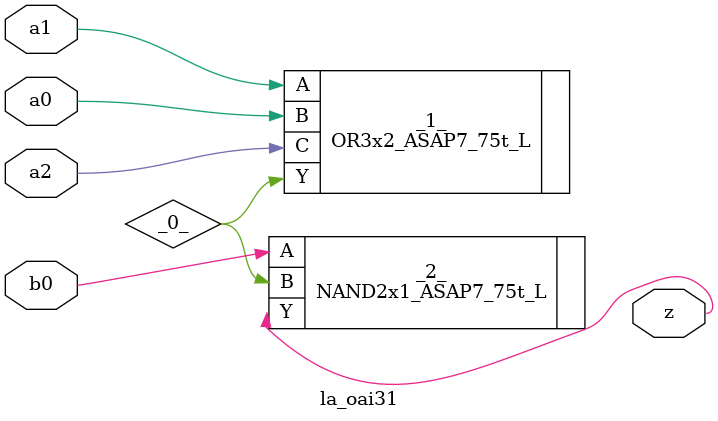
<source format=v>

/* Generated by Yosys 0.37 (git sha1 a5c7f69ed, clang 14.0.0-1ubuntu1.1 -fPIC -Os) */

module la_oai31(a0, a1, a2, b0, z);
  wire _0_;
  input a0;
  wire a0;
  input a1;
  wire a1;
  input a2;
  wire a2;
  input b0;
  wire b0;
  output z;
  wire z;
  OR3x2_ASAP7_75t_L _1_ (
    .A(a1),
    .B(a0),
    .C(a2),
    .Y(_0_)
  );
  NAND2x1_ASAP7_75t_L _2_ (
    .A(b0),
    .B(_0_),
    .Y(z)
  );
endmodule

</source>
